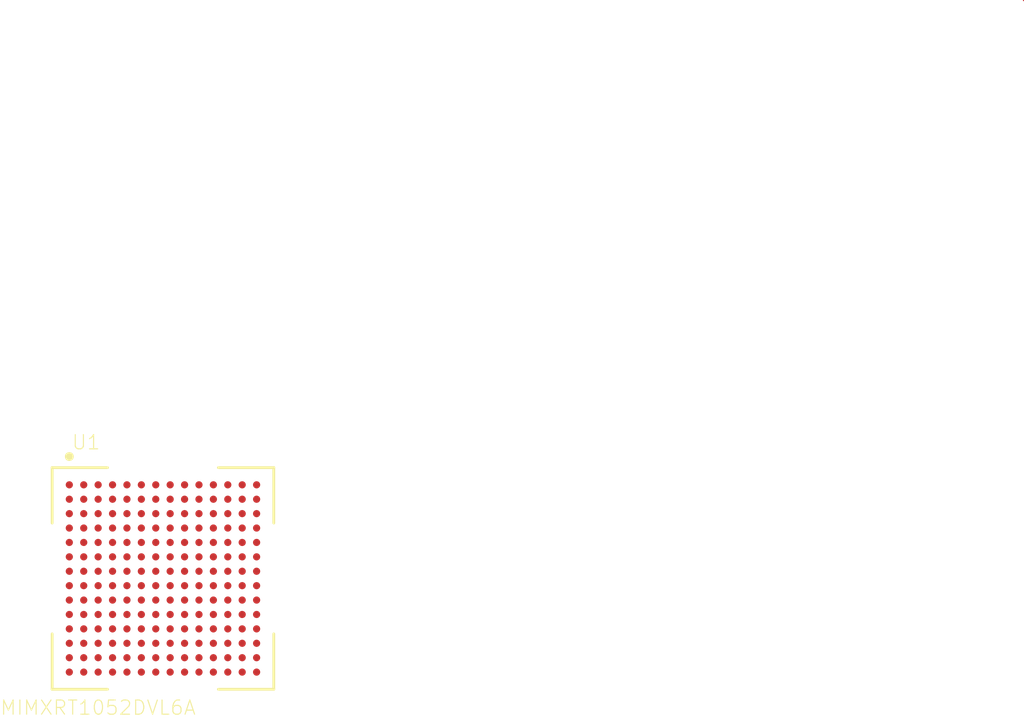
<source format=kicad_pcb>
(kicad_pcb (version 20171130) (host pcbnew no-vcs-found-bf44d39~61~ubuntu16.04.1)

  (general
    (thickness 1.6)
    (drawings 0)
    (tracks 1)
    (zones 0)
    (modules 1)
    (nets 8)
  )

  (page A4)
  (layers
    (0 F.Cu signal)
    (1 In1.Cu power)
    (2 In2.Cu signal)
    (31 B.Cu power)
    (32 B.Adhes user)
    (33 F.Adhes user)
    (34 B.Paste user)
    (35 F.Paste user)
    (36 B.SilkS user)
    (37 F.SilkS user)
    (38 B.Mask user)
    (39 F.Mask user)
    (40 Dwgs.User user)
    (41 Cmts.User user)
    (42 Eco1.User user)
    (43 Eco2.User user)
    (44 Edge.Cuts user)
    (45 Margin user)
    (46 B.CrtYd user)
    (47 F.CrtYd user)
    (48 B.Fab user)
    (49 F.Fab user)
  )

  (setup
    (last_trace_width 0.25)
    (user_trace_width 0.05)
    (user_trace_width 0.1)
    (user_trace_width 0.2)
    (user_trace_width 0.25)
    (user_trace_width 0.3)
    (trace_clearance 0.2)
    (zone_clearance 0.508)
    (zone_45_only no)
    (trace_min 0.05)
    (segment_width 0.2)
    (edge_width 0.15)
    (via_size 0.8)
    (via_drill 0.4)
    (via_min_size 0.4)
    (via_min_drill 0.3)
    (blind_buried_vias_allowed yes)
    (uvia_size 0.3)
    (uvia_drill 0.1)
    (uvias_allowed yes)
    (uvia_min_size 0.2)
    (uvia_min_drill 0.1)
    (pcb_text_width 0.3)
    (pcb_text_size 1.5 1.5)
    (mod_edge_width 0.15)
    (mod_text_size 1 1)
    (mod_text_width 0.15)
    (pad_size 1.524 1.524)
    (pad_drill 0.762)
    (pad_to_mask_clearance 0.2)
    (aux_axis_origin 0 0)
    (visible_elements FFFFFF7F)
    (pcbplotparams
      (layerselection 0x010fc_ffffffff)
      (usegerberextensions false)
      (usegerberattributes false)
      (usegerberadvancedattributes false)
      (creategerberjobfile false)
      (excludeedgelayer true)
      (linewidth 0.254000)
      (plotframeref false)
      (viasonmask false)
      (mode 1)
      (useauxorigin false)
      (hpglpennumber 1)
      (hpglpenspeed 20)
      (hpglpendiameter 15)
      (psnegative false)
      (psa4output false)
      (plotreference true)
      (plotvalue true)
      (plotinvisibletext false)
      (padsonsilk false)
      (subtractmaskfromsilk false)
      (outputformat 1)
      (mirror false)
      (drillshape 1)
      (scaleselection 1)
      (outputdirectory ""))
  )

  (net 0 "")
  (net 1 "Net-(U1-PadA1)")
  (net 2 "Net-(U1-PadE6)")
  (net 3 "Net-(U1-PadE9)")
  (net 4 "Net-(U1-PadF6)")
  (net 5 "Net-(U1-PadL1)")
  (net 6 "Net-(U1-PadM1)")
  (net 7 "Net-(U1-PadN1)")

  (net_class Default "This is the default net class."
    (clearance 0.2)
    (trace_width 0.25)
    (via_dia 0.8)
    (via_drill 0.4)
    (uvia_dia 0.3)
    (uvia_drill 0.1)
    (add_net "Net-(U1-PadA1)")
    (add_net "Net-(U1-PadE6)")
    (add_net "Net-(U1-PadE9)")
    (add_net "Net-(U1-PadF6)")
    (add_net "Net-(U1-PadL1)")
    (add_net "Net-(U1-PadM1)")
    (add_net "Net-(U1-PadN1)")
  )

  (net_class 0.05mm ""
    (clearance 0.05)
    (trace_width 0.05)
    (via_dia 0.8)
    (via_drill 0.4)
    (uvia_dia 0.3)
    (uvia_drill 0.1)
  )

  (net_class 0.1mm ""
    (clearance 0.1)
    (trace_width 0.1)
    (via_dia 0.8)
    (via_drill 0.4)
    (uvia_dia 0.3)
    (uvia_drill 0.1)
  )

  (module footprint_lib:BGA196C65P14X14_1000X1000X152N_v2 (layer F.Cu) (tedit 5A4F1420) (tstamp 5A638565)
    (at 100 100)
    (path /5A4E4F98)
    (solder_mask_margin 0.12)
    (clearance 0.12)
    (attr smd)
    (fp_text reference U1 (at -3.4674 -6.14444) (layer F.SilkS)
      (effects (font (size 0.642409 0.642409) (thickness 0.05)))
    )
    (fp_text value MIMXRT1052DVL6A (at -2.92789 5.83032) (layer F.SilkS)
      (effects (font (size 0.641511 0.641511) (thickness 0.05)))
    )
    (fp_line (start 5.25 -5.25) (end -5.25 -5.25) (layer Dwgs.User) (width 0.05))
    (fp_line (start 5.25 5.25) (end 5.25 -5.25) (layer Dwgs.User) (width 0.05))
    (fp_line (start -5.25 5.25) (end 5.25 5.25) (layer Dwgs.User) (width 0.05))
    (fp_line (start -5.25 -5.25) (end -5.25 5.25) (layer Dwgs.User) (width 0.05))
    (fp_circle (center -4.225 -5.5) (end -4.125 -5.5) (layer F.SilkS) (width 0.2))
    (fp_line (start -5 5) (end -5 2.5) (layer F.SilkS) (width 0.127))
    (fp_line (start -2.5 5) (end -5 5) (layer F.SilkS) (width 0.127))
    (fp_line (start 5 5) (end 2.5 5) (layer F.SilkS) (width 0.127))
    (fp_line (start 5 2.5) (end 5 5) (layer F.SilkS) (width 0.127))
    (fp_line (start 5 -5) (end 5 -2.5) (layer F.SilkS) (width 0.127))
    (fp_line (start 2.5 -5) (end 5 -5) (layer F.SilkS) (width 0.127))
    (fp_line (start -5 -5) (end -2.5 -5) (layer F.SilkS) (width 0.127))
    (fp_line (start -5 -5) (end -5 -2.5) (layer F.SilkS) (width 0.127))
    (fp_line (start -5 5) (end -5 -5) (layer Dwgs.User) (width 0.127))
    (fp_line (start 5 5) (end -5 5) (layer Dwgs.User) (width 0.127))
    (fp_line (start 5 -5) (end 5 5) (layer Dwgs.User) (width 0.127))
    (fp_line (start -5 -5) (end 5 -5) (layer Dwgs.User) (width 0.127))
    (pad P14 smd circle (at 4.225 4.225) (size 0.325 0.325) (layers F.Cu F.Paste F.Mask)
      (net 1 "Net-(U1-PadA1)") (solder_mask_margin 0.12))
    (pad P13 smd circle (at 3.575 4.225) (size 0.325 0.325) (layers F.Cu F.Paste F.Mask)
      (solder_mask_margin 0.12))
    (pad P12 smd circle (at 2.925 4.225) (size 0.325 0.325) (layers F.Cu F.Paste F.Mask)
      (solder_mask_margin 0.12))
    (pad P11 smd circle (at 2.275 4.225) (size 0.325 0.325) (layers F.Cu F.Paste F.Mask)
      (solder_mask_margin 0.12))
    (pad P10 smd circle (at 1.625 4.225) (size 0.325 0.325) (layers F.Cu F.Paste F.Mask)
      (solder_mask_margin 0.12))
    (pad P9 smd circle (at 0.975 4.225) (size 0.325 0.325) (layers F.Cu F.Paste F.Mask)
      (solder_mask_margin 0.12))
    (pad P8 smd circle (at 0.325 4.225) (size 0.325 0.325) (layers F.Cu F.Paste F.Mask)
      (solder_mask_margin 0.12))
    (pad P7 smd circle (at -0.325 4.225) (size 0.325 0.325) (layers F.Cu F.Paste F.Mask)
      (solder_mask_margin 0.12))
    (pad P6 smd circle (at -0.975 4.225) (size 0.325 0.325) (layers F.Cu F.Paste F.Mask)
      (solder_mask_margin 0.12))
    (pad P5 smd circle (at -1.625 4.225) (size 0.325 0.325) (layers F.Cu F.Paste F.Mask)
      (solder_mask_margin 0.12))
    (pad P4 smd circle (at -2.275 4.225) (size 0.325 0.325) (layers F.Cu F.Paste F.Mask)
      (solder_mask_margin 0.12))
    (pad P3 smd circle (at -2.925 4.225) (size 0.325 0.325) (layers F.Cu F.Paste F.Mask)
      (solder_mask_margin 0.12))
    (pad P2 smd circle (at -3.575 4.225) (size 0.325 0.325) (layers F.Cu F.Paste F.Mask)
      (solder_mask_margin 0.12))
    (pad N14 smd circle (at 4.225 3.575) (size 0.325 0.325) (layers F.Cu F.Paste F.Mask)
      (solder_mask_margin 0.12))
    (pad N13 smd circle (at 3.575 3.575) (size 0.325 0.325) (layers F.Cu F.Paste F.Mask)
      (solder_mask_margin 0.12))
    (pad N12 smd circle (at 2.925 3.575) (size 0.325 0.325) (layers F.Cu F.Paste F.Mask)
      (solder_mask_margin 0.12))
    (pad N11 smd circle (at 2.275 3.575) (size 0.325 0.325) (layers F.Cu F.Paste F.Mask)
      (solder_mask_margin 0.12))
    (pad N10 smd circle (at 1.625 3.575) (size 0.325 0.325) (layers F.Cu F.Paste F.Mask)
      (solder_mask_margin 0.12))
    (pad N9 smd circle (at 0.975 3.575) (size 0.325 0.325) (layers F.Cu F.Paste F.Mask)
      (solder_mask_margin 0.12))
    (pad N8 smd circle (at 0.325 3.575) (size 0.325 0.325) (layers F.Cu F.Paste F.Mask)
      (net 1 "Net-(U1-PadA1)") (solder_mask_margin 0.12))
    (pad N7 smd circle (at -0.325 3.575) (size 0.325 0.325) (layers F.Cu F.Paste F.Mask)
      (solder_mask_margin 0.12))
    (pad N6 smd circle (at -0.975 3.575) (size 0.325 0.325) (layers F.Cu F.Paste F.Mask)
      (solder_mask_margin 0.12))
    (pad N5 smd circle (at -1.625 3.575) (size 0.325 0.325) (layers F.Cu F.Paste F.Mask)
      (net 1 "Net-(U1-PadA1)") (solder_mask_margin 0.12))
    (pad N4 smd circle (at -2.275 3.575) (size 0.325 0.325) (layers F.Cu F.Paste F.Mask)
      (solder_mask_margin 0.12))
    (pad N3 smd circle (at -2.925 3.575) (size 0.325 0.325) (layers F.Cu F.Paste F.Mask)
      (solder_mask_margin 0.12))
    (pad N2 smd circle (at -3.575 3.575) (size 0.325 0.325) (layers F.Cu F.Paste F.Mask)
      (net 7 "Net-(U1-PadN1)") (solder_mask_margin 0.12))
    (pad M14 smd circle (at 4.225 2.925) (size 0.325 0.325) (layers F.Cu F.Paste F.Mask)
      (solder_mask_margin 0.12))
    (pad M13 smd circle (at 3.575 2.925) (size 0.325 0.325) (layers F.Cu F.Paste F.Mask)
      (solder_mask_margin 0.12))
    (pad M12 smd circle (at 2.925 2.925) (size 0.325 0.325) (layers F.Cu F.Paste F.Mask)
      (solder_mask_margin 0.12))
    (pad M11 smd circle (at 2.275 2.925) (size 0.325 0.325) (layers F.Cu F.Paste F.Mask)
      (solder_mask_margin 0.12))
    (pad M10 smd circle (at 1.625 2.925) (size 0.325 0.325) (layers F.Cu F.Paste F.Mask)
      (solder_mask_margin 0.12))
    (pad M9 smd circle (at 0.975 2.925) (size 0.325 0.325) (layers F.Cu F.Paste F.Mask)
      (solder_mask_margin 0.12))
    (pad M8 smd circle (at 0.325 2.925) (size 0.325 0.325) (layers F.Cu F.Paste F.Mask)
      (solder_mask_margin 0.12))
    (pad M7 smd circle (at -0.325 2.925) (size 0.325 0.325) (layers F.Cu F.Paste F.Mask)
      (solder_mask_margin 0.12))
    (pad M6 smd circle (at -0.975 2.925) (size 0.325 0.325) (layers F.Cu F.Paste F.Mask)
      (solder_mask_margin 0.12))
    (pad M5 smd circle (at -1.625 2.925) (size 0.325 0.325) (layers F.Cu F.Paste F.Mask)
      (solder_mask_margin 0.12))
    (pad M4 smd circle (at -2.275 2.925) (size 0.325 0.325) (layers F.Cu F.Paste F.Mask)
      (solder_mask_margin 0.12))
    (pad M3 smd circle (at -2.925 2.925) (size 0.325 0.325) (layers F.Cu F.Paste F.Mask)
      (solder_mask_margin 0.12))
    (pad M2 smd circle (at -3.575 2.925) (size 0.325 0.325) (layers F.Cu F.Paste F.Mask)
      (net 6 "Net-(U1-PadM1)") (solder_mask_margin 0.12))
    (pad P1 smd circle (at -4.225 4.225) (size 0.325 0.325) (layers F.Cu F.Paste F.Mask)
      (net 1 "Net-(U1-PadA1)") (solder_mask_margin 0.12))
    (pad N1 smd circle (at -4.225 3.575) (size 0.325 0.325) (layers F.Cu F.Paste F.Mask)
      (net 7 "Net-(U1-PadN1)") (solder_mask_margin 0.12))
    (pad M1 smd circle (at -4.225 2.925) (size 0.325 0.325) (layers F.Cu F.Paste F.Mask)
      (net 6 "Net-(U1-PadM1)") (solder_mask_margin 0.12))
    (pad L14 smd circle (at 4.225 2.275) (size 0.325 0.325) (layers F.Cu F.Paste F.Mask)
      (solder_mask_margin 0.12))
    (pad L13 smd circle (at 3.575 2.275) (size 0.325 0.325) (layers F.Cu F.Paste F.Mask)
      (solder_mask_margin 0.12))
    (pad L12 smd circle (at 2.925 2.275) (size 0.325 0.325) (layers F.Cu F.Paste F.Mask)
      (solder_mask_margin 0.12))
    (pad L11 smd circle (at 2.275 2.275) (size 0.325 0.325) (layers F.Cu F.Paste F.Mask)
      (solder_mask_margin 0.12))
    (pad L10 smd circle (at 1.625 2.275) (size 0.325 0.325) (layers F.Cu F.Paste F.Mask)
      (solder_mask_margin 0.12))
    (pad L9 smd circle (at 0.975 2.275) (size 0.325 0.325) (layers F.Cu F.Paste F.Mask)
      (net 1 "Net-(U1-PadA1)") (solder_mask_margin 0.12))
    (pad L8 smd circle (at 0.325 2.275) (size 0.325 0.325) (layers F.Cu F.Paste F.Mask)
      (solder_mask_margin 0.12))
    (pad L7 smd circle (at -0.325 2.275) (size 0.325 0.325) (layers F.Cu F.Paste F.Mask)
      (solder_mask_margin 0.12))
    (pad L6 smd circle (at -0.975 2.275) (size 0.325 0.325) (layers F.Cu F.Paste F.Mask)
      (solder_mask_margin 0.12))
    (pad L5 smd circle (at -1.625 2.275) (size 0.325 0.325) (layers F.Cu F.Paste F.Mask)
      (solder_mask_margin 0.12))
    (pad L4 smd circle (at -2.275 2.275) (size 0.325 0.325) (layers F.Cu F.Paste F.Mask)
      (solder_mask_margin 0.12))
    (pad L3 smd circle (at -2.925 2.275) (size 0.325 0.325) (layers F.Cu F.Paste F.Mask)
      (solder_mask_margin 0.12))
    (pad L2 smd circle (at -3.575 2.275) (size 0.325 0.325) (layers F.Cu F.Paste F.Mask)
      (net 5 "Net-(U1-PadL1)") (solder_mask_margin 0.12))
    (pad L1 smd circle (at -4.225 2.275) (size 0.325 0.325) (layers F.Cu F.Paste F.Mask)
      (net 5 "Net-(U1-PadL1)") (solder_mask_margin 0.12))
    (pad K14 smd circle (at 4.225 1.625) (size 0.325 0.325) (layers F.Cu F.Paste F.Mask)
      (solder_mask_margin 0.12))
    (pad K13 smd circle (at 3.575 1.625) (size 0.325 0.325) (layers F.Cu F.Paste F.Mask)
      (net 1 "Net-(U1-PadA1)") (solder_mask_margin 0.12))
    (pad K12 smd circle (at 2.925 1.625) (size 0.325 0.325) (layers F.Cu F.Paste F.Mask)
      (solder_mask_margin 0.12))
    (pad K11 smd circle (at 2.275 1.625) (size 0.325 0.325) (layers F.Cu F.Paste F.Mask)
      (solder_mask_margin 0.12))
    (pad K10 smd circle (at 1.625 1.625) (size 0.325 0.325) (layers F.Cu F.Paste F.Mask)
      (solder_mask_margin 0.12))
    (pad K9 smd circle (at 0.975 1.625) (size 0.325 0.325) (layers F.Cu F.Paste F.Mask)
      (solder_mask_margin 0.12))
    (pad K8 smd circle (at 0.325 1.625) (size 0.325 0.325) (layers F.Cu F.Paste F.Mask)
      (solder_mask_margin 0.12))
    (pad K7 smd circle (at -0.325 1.625) (size 0.325 0.325) (layers F.Cu F.Paste F.Mask)
      (solder_mask_margin 0.12))
    (pad K6 smd circle (at -0.975 1.625) (size 0.325 0.325) (layers F.Cu F.Paste F.Mask)
      (solder_mask_margin 0.12))
    (pad K5 smd circle (at -1.625 1.625) (size 0.325 0.325) (layers F.Cu F.Paste F.Mask)
      (solder_mask_margin 0.12))
    (pad K4 smd circle (at -2.275 1.625) (size 0.325 0.325) (layers F.Cu F.Paste F.Mask)
      (solder_mask_margin 0.12))
    (pad K3 smd circle (at -2.925 1.625) (size 0.325 0.325) (layers F.Cu F.Paste F.Mask)
      (solder_mask_margin 0.12))
    (pad K2 smd circle (at -3.575 1.625) (size 0.325 0.325) (layers F.Cu F.Paste F.Mask)
      (net 1 "Net-(U1-PadA1)") (solder_mask_margin 0.12))
    (pad K1 smd circle (at -4.225 1.625) (size 0.325 0.325) (layers F.Cu F.Paste F.Mask)
      (solder_mask_margin 0.12))
    (pad J14 smd circle (at 4.225 0.975) (size 0.325 0.325) (layers F.Cu F.Paste F.Mask)
      (solder_mask_margin 0.12))
    (pad J13 smd circle (at 3.575 0.975) (size 0.325 0.325) (layers F.Cu F.Paste F.Mask)
      (solder_mask_margin 0.12))
    (pad J12 smd circle (at 2.925 0.975) (size 0.325 0.325) (layers F.Cu F.Paste F.Mask)
      (solder_mask_margin 0.12))
    (pad J11 smd circle (at 2.275 0.975) (size 0.325 0.325) (layers F.Cu F.Paste F.Mask)
      (solder_mask_margin 0.12))
    (pad J10 smd circle (at 1.625 0.975) (size 0.325 0.325) (layers F.Cu F.Paste F.Mask)
      (net 3 "Net-(U1-PadE9)") (solder_mask_margin 0.12))
    (pad J9 smd circle (at 0.975 0.975) (size 0.325 0.325) (layers F.Cu F.Paste F.Mask)
      (net 4 "Net-(U1-PadF6)") (solder_mask_margin 0.12))
    (pad J8 smd circle (at 0.325 0.975) (size 0.325 0.325) (layers F.Cu F.Paste F.Mask)
      (net 1 "Net-(U1-PadA1)") (solder_mask_margin 0.12))
    (pad J7 smd circle (at -0.325 0.975) (size 0.325 0.325) (layers F.Cu F.Paste F.Mask)
      (net 1 "Net-(U1-PadA1)") (solder_mask_margin 0.12))
    (pad J6 smd circle (at -0.975 0.975) (size 0.325 0.325) (layers F.Cu F.Paste F.Mask)
      (solder_mask_margin 0.12))
    (pad J5 smd circle (at -1.625 0.975) (size 0.325 0.325) (layers F.Cu F.Paste F.Mask)
      (solder_mask_margin 0.12))
    (pad J4 smd circle (at -2.275 0.975) (size 0.325 0.325) (layers F.Cu F.Paste F.Mask)
      (solder_mask_margin 0.12))
    (pad J3 smd circle (at -2.925 0.975) (size 0.325 0.325) (layers F.Cu F.Paste F.Mask)
      (solder_mask_margin 0.12))
    (pad J2 smd circle (at -3.575 0.975) (size 0.325 0.325) (layers F.Cu F.Paste F.Mask)
      (solder_mask_margin 0.12))
    (pad J1 smd circle (at -4.225 0.975) (size 0.325 0.325) (layers F.Cu F.Paste F.Mask)
      (solder_mask_margin 0.12))
    (pad H14 smd circle (at 4.225 0.325) (size 0.325 0.325) (layers F.Cu F.Paste F.Mask)
      (solder_mask_margin 0.12))
    (pad H13 smd circle (at 3.575 0.325) (size 0.325 0.325) (layers F.Cu F.Paste F.Mask)
      (solder_mask_margin 0.12))
    (pad H12 smd circle (at 2.925 0.325) (size 0.325 0.325) (layers F.Cu F.Paste F.Mask)
      (solder_mask_margin 0.12))
    (pad H11 smd circle (at 2.275 0.325) (size 0.325 0.325) (layers F.Cu F.Paste F.Mask)
      (solder_mask_margin 0.12))
    (pad H10 smd circle (at 1.625 0.325) (size 0.325 0.325) (layers F.Cu F.Paste F.Mask)
      (solder_mask_margin 0.12))
    (pad H9 smd circle (at 0.975 0.325) (size 0.325 0.325) (layers F.Cu F.Paste F.Mask)
      (net 4 "Net-(U1-PadF6)") (solder_mask_margin 0.12))
    (pad H8 smd circle (at 0.325 0.325) (size 0.325 0.325) (layers F.Cu F.Paste F.Mask)
      (net 1 "Net-(U1-PadA1)") (solder_mask_margin 0.12))
    (pad H7 smd circle (at -0.325 0.325) (size 0.325 0.325) (layers F.Cu F.Paste F.Mask)
      (net 1 "Net-(U1-PadA1)") (solder_mask_margin 0.12))
    (pad H6 smd circle (at -0.975 0.325) (size 0.325 0.325) (layers F.Cu F.Paste F.Mask)
      (net 4 "Net-(U1-PadF6)") (solder_mask_margin 0.12))
    (pad H5 smd circle (at -1.625 0.325) (size 0.325 0.325) (layers F.Cu F.Paste F.Mask)
      (solder_mask_margin 0.12))
    (pad H4 smd circle (at -2.275 0.325) (size 0.325 0.325) (layers F.Cu F.Paste F.Mask)
      (solder_mask_margin 0.12))
    (pad H3 smd circle (at -2.925 0.325) (size 0.325 0.325) (layers F.Cu F.Paste F.Mask)
      (solder_mask_margin 0.12))
    (pad H2 smd circle (at -3.575 0.325) (size 0.325 0.325) (layers F.Cu F.Paste F.Mask)
      (solder_mask_margin 0.12))
    (pad H1 smd circle (at -4.225 0.325) (size 0.325 0.325) (layers F.Cu F.Paste F.Mask)
      (solder_mask_margin 0.12))
    (pad G14 smd circle (at 4.225 -0.325) (size 0.325 0.325) (layers F.Cu F.Paste F.Mask)
      (solder_mask_margin 0.12))
    (pad G13 smd circle (at 3.575 -0.325) (size 0.325 0.325) (layers F.Cu F.Paste F.Mask)
      (solder_mask_margin 0.12))
    (pad G12 smd circle (at 2.925 -0.325) (size 0.325 0.325) (layers F.Cu F.Paste F.Mask)
      (solder_mask_margin 0.12))
    (pad G11 smd circle (at 2.275 -0.325) (size 0.325 0.325) (layers F.Cu F.Paste F.Mask)
      (solder_mask_margin 0.12))
    (pad G10 smd circle (at 1.625 -0.325) (size 0.325 0.325) (layers F.Cu F.Paste F.Mask)
      (solder_mask_margin 0.12))
    (pad G9 smd circle (at 0.975 -0.325) (size 0.325 0.325) (layers F.Cu F.Paste F.Mask)
      (net 4 "Net-(U1-PadF6)") (solder_mask_margin 0.12))
    (pad G8 smd circle (at 0.325 -0.325) (size 0.325 0.325) (layers F.Cu F.Paste F.Mask)
      (net 1 "Net-(U1-PadA1)") (solder_mask_margin 0.12))
    (pad G7 smd circle (at -0.325 -0.325) (size 0.325 0.325) (layers F.Cu F.Paste F.Mask)
      (net 1 "Net-(U1-PadA1)") (solder_mask_margin 0.12))
    (pad G6 smd circle (at -0.975 -0.325) (size 0.325 0.325) (layers F.Cu F.Paste F.Mask)
      (net 4 "Net-(U1-PadF6)") (solder_mask_margin 0.12))
    (pad G5 smd circle (at -1.625 -0.325) (size 0.325 0.325) (layers F.Cu F.Paste F.Mask)
      (solder_mask_margin 0.12))
    (pad G4 smd circle (at -2.275 -0.325) (size 0.325 0.325) (layers F.Cu F.Paste F.Mask)
      (solder_mask_margin 0.12))
    (pad G3 smd circle (at -2.925 -0.325) (size 0.325 0.325) (layers F.Cu F.Paste F.Mask)
      (solder_mask_margin 0.12))
    (pad G2 smd circle (at -3.575 -0.325) (size 0.325 0.325) (layers F.Cu F.Paste F.Mask)
      (solder_mask_margin 0.12))
    (pad G1 smd circle (at -4.225 -0.325) (size 0.325 0.325) (layers F.Cu F.Paste F.Mask)
      (solder_mask_margin 0.12))
    (pad F14 smd circle (at 4.225 -0.975) (size 0.325 0.325) (layers F.Cu F.Paste F.Mask)
      (solder_mask_margin 0.12))
    (pad F13 smd circle (at 3.575 -0.975) (size 0.325 0.325) (layers F.Cu F.Paste F.Mask)
      (solder_mask_margin 0.12))
    (pad F12 smd circle (at 2.925 -0.975) (size 0.325 0.325) (layers F.Cu F.Paste F.Mask)
      (solder_mask_margin 0.12))
    (pad F11 smd circle (at 2.275 -0.975) (size 0.325 0.325) (layers F.Cu F.Paste F.Mask)
      (solder_mask_margin 0.12))
    (pad F10 smd circle (at 1.625 -0.975) (size 0.325 0.325) (layers F.Cu F.Paste F.Mask)
      (net 3 "Net-(U1-PadE9)") (solder_mask_margin 0.12))
    (pad F9 smd circle (at 0.975 -0.975) (size 0.325 0.325) (layers F.Cu F.Paste F.Mask)
      (net 4 "Net-(U1-PadF6)") (solder_mask_margin 0.12))
    (pad F8 smd circle (at 0.325 -0.975) (size 0.325 0.325) (layers F.Cu F.Paste F.Mask)
      (net 4 "Net-(U1-PadF6)") (solder_mask_margin 0.12))
    (pad F7 smd circle (at -0.325 -0.975) (size 0.325 0.325) (layers F.Cu F.Paste F.Mask)
      (net 4 "Net-(U1-PadF6)") (solder_mask_margin 0.12))
    (pad F6 smd circle (at -0.975 -0.975) (size 0.325 0.325) (layers F.Cu F.Paste F.Mask)
      (net 4 "Net-(U1-PadF6)") (solder_mask_margin 0.12))
    (pad F5 smd circle (at -1.625 -0.975) (size 0.325 0.325) (layers F.Cu F.Paste F.Mask)
      (net 2 "Net-(U1-PadE6)") (solder_mask_margin 0.12))
    (pad F4 smd circle (at -2.275 -0.975) (size 0.325 0.325) (layers F.Cu F.Paste F.Mask)
      (solder_mask_margin 0.12))
    (pad F3 smd circle (at -2.925 -0.975) (size 0.325 0.325) (layers F.Cu F.Paste F.Mask)
      (solder_mask_margin 0.12))
    (pad F2 smd circle (at -3.575 -0.975) (size 0.325 0.325) (layers F.Cu F.Paste F.Mask)
      (solder_mask_margin 0.12))
    (pad F1 smd circle (at -4.225 -0.975) (size 0.325 0.325) (layers F.Cu F.Paste F.Mask)
      (solder_mask_margin 0.12))
    (pad E14 smd circle (at 4.225 -1.625) (size 0.325 0.325) (layers F.Cu F.Paste F.Mask)
      (solder_mask_margin 0.12))
    (pad E13 smd circle (at 3.575 -1.625) (size 0.325 0.325) (layers F.Cu F.Paste F.Mask)
      (net 1 "Net-(U1-PadA1)") (solder_mask_margin 0.12))
    (pad E12 smd circle (at 2.925 -1.625) (size 0.325 0.325) (layers F.Cu F.Paste F.Mask)
      (solder_mask_margin 0.12))
    (pad E11 smd circle (at 2.275 -1.625) (size 0.325 0.325) (layers F.Cu F.Paste F.Mask)
      (solder_mask_margin 0.12))
    (pad E10 smd circle (at 1.625 -1.625) (size 0.325 0.325) (layers F.Cu F.Paste F.Mask)
      (solder_mask_margin 0.12))
    (pad E9 smd circle (at 0.975 -1.625) (size 0.325 0.325) (layers F.Cu F.Paste F.Mask)
      (net 3 "Net-(U1-PadE9)") (solder_mask_margin 0.12))
    (pad E8 smd circle (at 0.325 -1.625) (size 0.325 0.325) (layers F.Cu F.Paste F.Mask)
      (solder_mask_margin 0.12))
    (pad E7 smd circle (at -0.325 -1.625) (size 0.325 0.325) (layers F.Cu F.Paste F.Mask)
      (solder_mask_margin 0.12))
    (pad E6 smd circle (at -0.975 -1.625) (size 0.325 0.325) (layers F.Cu F.Paste F.Mask)
      (net 2 "Net-(U1-PadE6)") (solder_mask_margin 0.12))
    (pad E5 smd circle (at -1.625 -1.625) (size 0.325 0.325) (layers F.Cu F.Paste F.Mask)
      (solder_mask_margin 0.12))
    (pad E4 smd circle (at -2.275 -1.625) (size 0.325 0.325) (layers F.Cu F.Paste F.Mask)
      (solder_mask_margin 0.12))
    (pad E3 smd circle (at -2.925 -1.625) (size 0.325 0.325) (layers F.Cu F.Paste F.Mask)
      (solder_mask_margin 0.12))
    (pad E2 smd circle (at -3.575 -1.625) (size 0.325 0.325) (layers F.Cu F.Paste F.Mask)
      (net 1 "Net-(U1-PadA1)") (solder_mask_margin 0.12))
    (pad E1 smd circle (at -4.225 -1.625) (size 0.325 0.325) (layers F.Cu F.Paste F.Mask)
      (solder_mask_margin 0.12))
    (pad D14 smd circle (at 4.225 -2.275) (size 0.325 0.325) (layers F.Cu F.Paste F.Mask)
      (solder_mask_margin 0.12))
    (pad D13 smd circle (at 3.575 -2.275) (size 0.325 0.325) (layers F.Cu F.Paste F.Mask)
      (solder_mask_margin 0.12))
    (pad D12 smd circle (at 2.925 -2.275) (size 0.325 0.325) (layers F.Cu F.Paste F.Mask)
      (solder_mask_margin 0.12))
    (pad D11 smd circle (at 2.275 -2.275) (size 0.325 0.325) (layers F.Cu F.Paste F.Mask)
      (solder_mask_margin 0.12))
    (pad D10 smd circle (at 1.625 -2.275) (size 0.325 0.325) (layers F.Cu F.Paste F.Mask)
      (solder_mask_margin 0.12))
    (pad D9 smd circle (at 0.975 -2.275) (size 0.325 0.325) (layers F.Cu F.Paste F.Mask)
      (solder_mask_margin 0.12))
    (pad D8 smd circle (at 0.325 -2.275) (size 0.325 0.325) (layers F.Cu F.Paste F.Mask)
      (solder_mask_margin 0.12))
    (pad D7 smd circle (at -0.325 -2.275) (size 0.325 0.325) (layers F.Cu F.Paste F.Mask)
      (solder_mask_margin 0.12))
    (pad D6 smd circle (at -0.975 -2.275) (size 0.325 0.325) (layers F.Cu F.Paste F.Mask)
      (solder_mask_margin 0.12))
    (pad D5 smd circle (at -1.625 -2.275) (size 0.325 0.325) (layers F.Cu F.Paste F.Mask)
      (solder_mask_margin 0.12))
    (pad D4 smd circle (at -2.275 -2.275) (size 0.325 0.325) (layers F.Cu F.Paste F.Mask)
      (solder_mask_margin 0.12))
    (pad D3 smd circle (at -2.925 -2.275) (size 0.325 0.325) (layers F.Cu F.Paste F.Mask)
      (solder_mask_margin 0.12))
    (pad D2 smd circle (at -3.575 -2.275) (size 0.325 0.325) (layers F.Cu F.Paste F.Mask)
      (solder_mask_margin 0.12))
    (pad D1 smd circle (at -4.225 -2.275) (size 0.325 0.325) (layers F.Cu F.Paste F.Mask)
      (solder_mask_margin 0.12))
    (pad C14 smd circle (at 4.225 -2.925) (size 0.325 0.325) (layers F.Cu F.Paste F.Mask)
      (solder_mask_margin 0.12))
    (pad C13 smd circle (at 3.575 -2.925) (size 0.325 0.325) (layers F.Cu F.Paste F.Mask)
      (solder_mask_margin 0.12))
    (pad C12 smd circle (at 2.925 -2.925) (size 0.325 0.325) (layers F.Cu F.Paste F.Mask)
      (solder_mask_margin 0.12))
    (pad C11 smd circle (at 2.275 -2.925) (size 0.325 0.325) (layers F.Cu F.Paste F.Mask)
      (solder_mask_margin 0.12))
    (pad C10 smd circle (at 1.625 -2.925) (size 0.325 0.325) (layers F.Cu F.Paste F.Mask)
      (solder_mask_margin 0.12))
    (pad C9 smd circle (at 0.975 -2.925) (size 0.325 0.325) (layers F.Cu F.Paste F.Mask)
      (solder_mask_margin 0.12))
    (pad C8 smd circle (at 0.325 -2.925) (size 0.325 0.325) (layers F.Cu F.Paste F.Mask)
      (solder_mask_margin 0.12))
    (pad C7 smd circle (at -0.325 -2.925) (size 0.325 0.325) (layers F.Cu F.Paste F.Mask)
      (solder_mask_margin 0.12))
    (pad C6 smd circle (at -0.975 -2.925) (size 0.325 0.325) (layers F.Cu F.Paste F.Mask)
      (solder_mask_margin 0.12))
    (pad C5 smd circle (at -1.625 -2.925) (size 0.325 0.325) (layers F.Cu F.Paste F.Mask)
      (solder_mask_margin 0.12))
    (pad C4 smd circle (at -2.275 -2.925) (size 0.325 0.325) (layers F.Cu F.Paste F.Mask)
      (solder_mask_margin 0.12))
    (pad C3 smd circle (at -2.925 -2.925) (size 0.325 0.325) (layers F.Cu F.Paste F.Mask)
      (solder_mask_margin 0.12))
    (pad C2 smd circle (at -3.575 -2.925) (size 0.325 0.325) (layers F.Cu F.Paste F.Mask)
      (solder_mask_margin 0.12))
    (pad C1 smd circle (at -4.225 -2.925) (size 0.325 0.325) (layers F.Cu F.Paste F.Mask)
      (solder_mask_margin 0.12))
    (pad B14 smd circle (at 4.225 -3.575) (size 0.325 0.325) (layers F.Cu F.Paste F.Mask)
      (solder_mask_margin 0.12))
    (pad B13 smd circle (at 3.575 -3.575) (size 0.325 0.325) (layers F.Cu F.Paste F.Mask)
      (solder_mask_margin 0.12))
    (pad B12 smd circle (at 2.925 -3.575) (size 0.325 0.325) (layers F.Cu F.Paste F.Mask)
      (solder_mask_margin 0.12))
    (pad B11 smd circle (at 2.275 -3.575) (size 0.325 0.325) (layers F.Cu F.Paste F.Mask)
      (solder_mask_margin 0.12))
    (pad B10 smd circle (at 1.625 -3.575) (size 0.325 0.325) (layers F.Cu F.Paste F.Mask)
      (net 1 "Net-(U1-PadA1)") (solder_mask_margin 0.12))
    (pad B9 smd circle (at 0.975 -3.575) (size 0.325 0.325) (layers F.Cu F.Paste F.Mask)
      (solder_mask_margin 0.12))
    (pad B8 smd circle (at 0.325 -3.575) (size 0.325 0.325) (layers F.Cu F.Paste F.Mask)
      (solder_mask_margin 0.12))
    (pad B7 smd circle (at -0.325 -3.575) (size 0.325 0.325) (layers F.Cu F.Paste F.Mask)
      (solder_mask_margin 0.12))
    (pad B6 smd circle (at -0.975 -3.575) (size 0.325 0.325) (layers F.Cu F.Paste F.Mask)
      (solder_mask_margin 0.12))
    (pad B5 smd circle (at -1.625 -3.575) (size 0.325 0.325) (layers F.Cu F.Paste F.Mask)
      (net 1 "Net-(U1-PadA1)") (solder_mask_margin 0.12))
    (pad B4 smd circle (at -2.275 -3.575) (size 0.325 0.325) (layers F.Cu F.Paste F.Mask)
      (solder_mask_margin 0.12))
    (pad B3 smd circle (at -2.925 -3.575) (size 0.325 0.325) (layers F.Cu F.Paste F.Mask)
      (solder_mask_margin 0.12))
    (pad B2 smd circle (at -3.575 -3.575) (size 0.325 0.325) (layers F.Cu F.Paste F.Mask)
      (solder_mask_margin 0.12))
    (pad B1 smd circle (at -4.225 -3.575) (size 0.325 0.325) (layers F.Cu F.Paste F.Mask)
      (solder_mask_margin 0.12))
    (pad A14 smd circle (at 4.225 -4.225) (size 0.325 0.325) (layers F.Cu F.Paste F.Mask)
      (net 1 "Net-(U1-PadA1)") (solder_mask_margin 0.12))
    (pad A13 smd circle (at 3.575 -4.225) (size 0.325 0.325) (layers F.Cu F.Paste F.Mask)
      (solder_mask_margin 0.12))
    (pad A12 smd circle (at 2.925 -4.225) (size 0.325 0.325) (layers F.Cu F.Paste F.Mask)
      (solder_mask_margin 0.12))
    (pad A11 smd circle (at 2.275 -4.225) (size 0.325 0.325) (layers F.Cu F.Paste F.Mask)
      (solder_mask_margin 0.12))
    (pad A10 smd circle (at 1.625 -4.225) (size 0.325 0.325) (layers F.Cu F.Paste F.Mask)
      (solder_mask_margin 0.12))
    (pad A9 smd circle (at 0.975 -4.225) (size 0.325 0.325) (layers F.Cu F.Paste F.Mask)
      (solder_mask_margin 0.12))
    (pad A8 smd circle (at 0.325 -4.225) (size 0.325 0.325) (layers F.Cu F.Paste F.Mask)
      (solder_mask_margin 0.12))
    (pad A7 smd circle (at -0.325 -4.225) (size 0.325 0.325) (layers F.Cu F.Paste F.Mask)
      (solder_mask_margin 0.12))
    (pad A6 smd circle (at -0.975 -4.225) (size 0.325 0.325) (layers F.Cu F.Paste F.Mask)
      (solder_mask_margin 0.12))
    (pad A5 smd circle (at -1.625 -4.225) (size 0.325 0.325) (layers F.Cu F.Paste F.Mask)
      (solder_mask_margin 0.12))
    (pad A4 smd circle (at -2.275 -4.225) (size 0.325 0.325) (layers F.Cu F.Paste F.Mask)
      (solder_mask_margin 0.12))
    (pad A3 smd circle (at -2.925 -4.225) (size 0.325 0.325) (layers F.Cu F.Paste F.Mask)
      (solder_mask_margin 0.12))
    (pad A2 smd circle (at -3.575 -4.225) (size 0.325 0.325) (layers F.Cu F.Paste F.Mask)
      (solder_mask_margin 0.12))
    (pad A1 smd circle (at -4.225 -4.225) (size 0.325 0.325) (layers F.Cu F.Paste F.Mask)
      (net 1 "Net-(U1-PadA1)") (solder_mask_margin 0.12) (clearance 0.12))
  )

  (segment (start 138.845 73.925) (end 138.825 73.925) (width 0.05) (layer F.Cu) (net 0))

)

</source>
